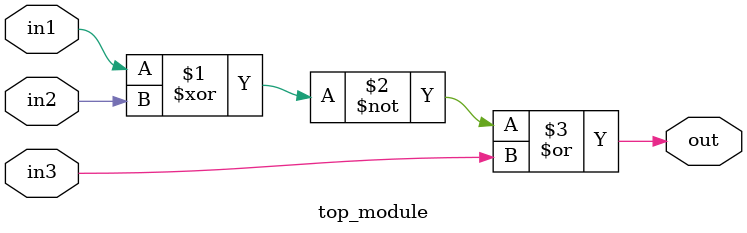
<source format=sv>
module top_module (
    input in1,
    input in2,
    input in3,
    output out);
    assign out = ~(in1 ^ in2) | in3;
endmodule

</source>
